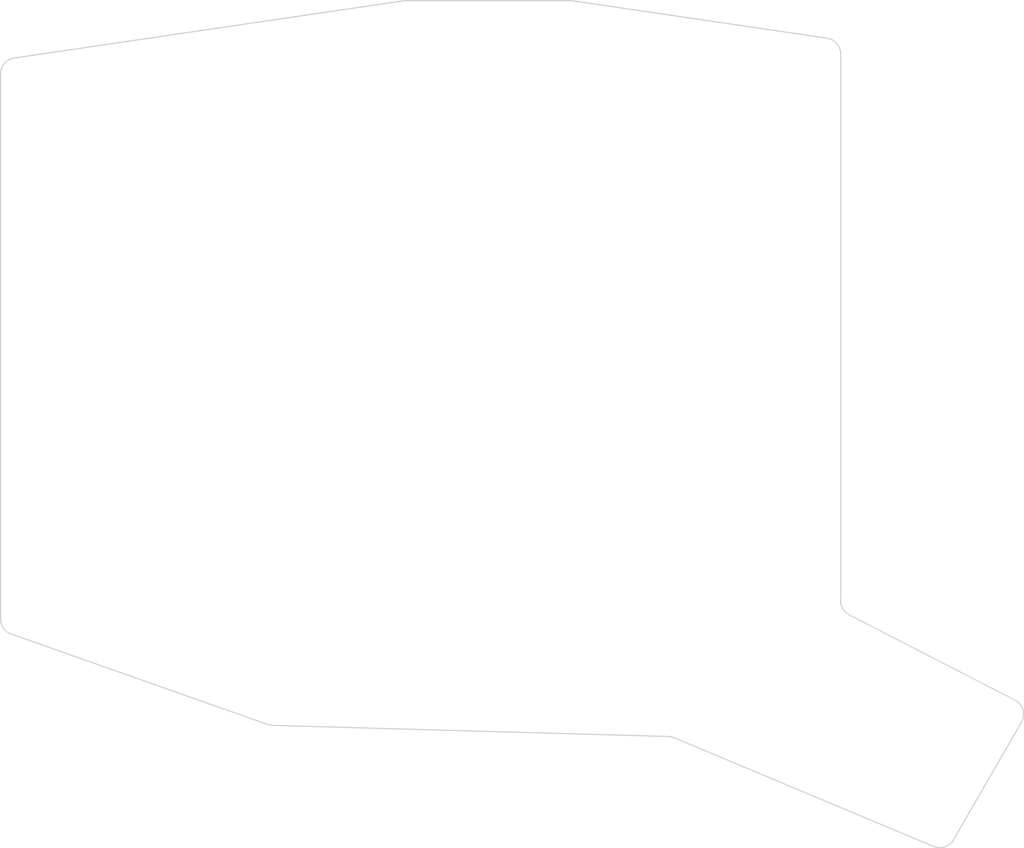
<source format=kicad_pcb>


(kicad_pcb (version 20171130) (host pcbnew 5.1.6)

  (page A3)
  (title_block
    (title "bottom")
    (rev "v1.0.0")
    (company "Unknown")
  )

  (general
    (thickness 1.6)
  )

  (layers
    (0 F.Cu signal)
    (31 B.Cu signal)
    (32 B.Adhes user)
    (33 F.Adhes user)
    (34 B.Paste user)
    (35 F.Paste user)
    (36 B.SilkS user)
    (37 F.SilkS user)
    (38 B.Mask user)
    (39 F.Mask user)
    (40 Dwgs.User user)
    (41 Cmts.User user)
    (42 Eco1.User user)
    (43 Eco2.User user)
    (44 Edge.Cuts user)
    (45 Margin user)
    (46 B.CrtYd user)
    (47 F.CrtYd user)
    (48 B.Fab user)
    (49 F.Fab user)
  )

  (setup
    (last_trace_width 0.25)
    (trace_clearance 0.2)
    (zone_clearance 0.508)
    (zone_45_only no)
    (trace_min 0.2)
    (via_size 0.8)
    (via_drill 0.4)
    (via_min_size 0.4)
    (via_min_drill 0.3)
    (uvia_size 0.3)
    (uvia_drill 0.1)
    (uvias_allowed no)
    (uvia_min_size 0.2)
    (uvia_min_drill 0.1)
    (edge_width 0.05)
    (segment_width 0.2)
    (pcb_text_width 0.3)
    (pcb_text_size 1.5 1.5)
    (mod_edge_width 0.12)
    (mod_text_size 1 1)
    (mod_text_width 0.15)
    (pad_size 1.524 1.524)
    (pad_drill 0.762)
    (pad_to_mask_clearance 0.05)
    (aux_axis_origin 0 0)
    (visible_elements FFFFFF7F)
    (pcbplotparams
      (layerselection 0x010fc_ffffffff)
      (usegerberextensions false)
      (usegerberattributes true)
      (usegerberadvancedattributes true)
      (creategerberjobfile true)
      (excludeedgelayer true)
      (linewidth 0.100000)
      (plotframeref false)
      (viasonmask false)
      (mode 1)
      (useauxorigin false)
      (hpglpennumber 1)
      (hpglpenspeed 20)
      (hpglpendiameter 15.000000)
      (psnegative false)
      (psa4output false)
      (plotreference true)
      (plotvalue true)
      (plotinvisibletext false)
      (padsonsilk false)
      (subtractmaskfromsilk false)
      (outputformat 1)
      (mirror false)
      (drillshape 1)
      (scaleselection 1)
      (outputdirectory ""))
  )

  (net 0 "")

  (net_class Default "This is the default net class."
    (clearance 0.2)
    (trace_width 0.25)
    (via_dia 0.8)
    (via_drill 0.4)
    (uvia_dia 0.3)
    (uvia_drill 0.1)
    (add_net "")
  )

  
  (gr_line (start 91.20901198560541 21.248674707999207) (end 140.35528442560536 14.021281702116859) (angle 90) (layer Edge.Cuts) (width 0.15))
(gr_line (start 89.5 23.22739300588235) (end 89.5 92.08496981764705) (angle 90) (layer Edge.Cuts) (width 0.15))
(gr_line (start 90.83435976861536 93.97095050657012) (end 123.20418122316771 105.39559337288271) (angle 90) (layer Edge.Cuts) (width 0.15))
(gr_line (start 123.81357925455232 105.50882168395965) (end 173.76738653280543 106.91413371908979) (angle 90) (layer Edge.Cuts) (width 0.15))
(gr_line (start 174.48413771209715 107.06876116850556) (end 207.23767489878276 120.7945145217905) (angle 90) (layer Edge.Cuts) (width 0.15))
(gr_line (start 209.74271907807454 119.94993297120624) (end 218.3128582151721 105.1060166226851) (angle 90) (layer Edge.Cuts) (width 0.15))
(gr_line (start 217.4964921942101 102.32794986338882) (end 196.58431522096197 91.55841032973429) (angle 90) (layer Edge.Cuts) (width 0.15))
(gr_line (start 195.5 89.78034357043799) (end 195.5 20.72739300588235) (angle 90) (layer Edge.Cuts) (width 0.15))
(gr_line (start 193.7909880143946 18.748674707999207) (end 161.64471557439464 14.021281702116859) (angle 90) (layer Edge.Cuts) (width 0.15))
(gr_line (start 161.35372756 14) (end 140.64627244 14) (angle 90) (layer Edge.Cuts) (width 0.15))
(gr_arc (start 91.5 23.22739300588235) (end 91.209012 21.24867470588235) (angle -81.6341130423481) (layer Edge.Cuts) (width 0.15))
(gr_arc (start 91.5 92.08496981764705) (end 89.5 92.08496981764705) (angle -70.55996548964282) (layer Edge.Cuts) (width 0.15))
(gr_arc (start 123.86982145455232 103.50961268395963) (end 123.20418125455232 105.39559338395964) (angle -17.82860169351534) (layer Edge.Cuts) (width 0.15))
(gr_arc (start 173.71114433280545 108.9133427190898) (end 174.48413773280544 107.0687611190898) (angle -21.125255661048556) (layer Edge.Cuts) (width 0.15))
(gr_arc (start 208.01066827807452 118.9499329712063) (end 207.23767487807453 120.79451457120629) (angle -82.73668836947647) (layer Edge.Cuts) (width 0.15))
(gr_arc (start 216.5808074151721 104.1060166226851) (end 218.3128582151721 105.1060166226851) (angle -92.75203192148942) (layer Edge.Cuts) (width 0.15))
(gr_arc (start 197.5 89.78034357043799) (end 195.5 89.78034357043799) (angle -62.75203181307265) (layer Edge.Cuts) (width 0.15))
(gr_arc (start 193.5 20.72739300588235) (end 195.5 20.72739300588235) (angle -81.63411304234769) (layer Edge.Cuts) (width 0.15))
(gr_arc (start 161.35372756 16) (end 161.64471556 14.0212817) (angle -8.365886957653117) (layer Edge.Cuts) (width 0.15))
(gr_arc (start 140.64627244 16) (end 140.64627244 14) (angle -8.365886957653103) (layer Edge.Cuts) (width 0.15))

)


</source>
